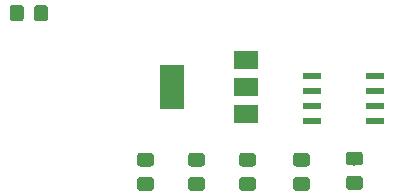
<source format=gbr>
G04 #@! TF.GenerationSoftware,KiCad,Pcbnew,(5.0.1)-4*
G04 #@! TF.CreationDate,2018-11-16T16:38:59+08:00*
G04 #@! TF.ProjectId,AILight,41494C696768742E6B696361645F7063,rev?*
G04 #@! TF.SameCoordinates,Original*
G04 #@! TF.FileFunction,Paste,Top*
G04 #@! TF.FilePolarity,Positive*
%FSLAX46Y46*%
G04 Gerber Fmt 4.6, Leading zero omitted, Abs format (unit mm)*
G04 Created by KiCad (PCBNEW (5.0.1)-4) date 2018-11-16 16:38:59*
%MOMM*%
%LPD*%
G01*
G04 APERTURE LIST*
%ADD10R,1.550000X0.600000*%
%ADD11C,0.100000*%
%ADD12C,1.150000*%
%ADD13R,2.000000X3.800000*%
%ADD14R,2.000000X1.500000*%
G04 APERTURE END LIST*
D10*
G04 #@! TO.C,U2*
X47051000Y-76454000D03*
X47051000Y-77724000D03*
X47051000Y-78994000D03*
X47051000Y-80264000D03*
X52451000Y-80264000D03*
X52451000Y-78994000D03*
X52451000Y-77724000D03*
X52451000Y-76454000D03*
G04 #@! TD*
D11*
G04 #@! TO.C,C1*
G36*
X22438505Y-70421204D02*
X22462773Y-70424804D01*
X22486572Y-70430765D01*
X22509671Y-70439030D01*
X22531850Y-70449520D01*
X22552893Y-70462132D01*
X22572599Y-70476747D01*
X22590777Y-70493223D01*
X22607253Y-70511401D01*
X22621868Y-70531107D01*
X22634480Y-70552150D01*
X22644970Y-70574329D01*
X22653235Y-70597428D01*
X22659196Y-70621227D01*
X22662796Y-70645495D01*
X22664000Y-70669999D01*
X22664000Y-71570001D01*
X22662796Y-71594505D01*
X22659196Y-71618773D01*
X22653235Y-71642572D01*
X22644970Y-71665671D01*
X22634480Y-71687850D01*
X22621868Y-71708893D01*
X22607253Y-71728599D01*
X22590777Y-71746777D01*
X22572599Y-71763253D01*
X22552893Y-71777868D01*
X22531850Y-71790480D01*
X22509671Y-71800970D01*
X22486572Y-71809235D01*
X22462773Y-71815196D01*
X22438505Y-71818796D01*
X22414001Y-71820000D01*
X21763999Y-71820000D01*
X21739495Y-71818796D01*
X21715227Y-71815196D01*
X21691428Y-71809235D01*
X21668329Y-71800970D01*
X21646150Y-71790480D01*
X21625107Y-71777868D01*
X21605401Y-71763253D01*
X21587223Y-71746777D01*
X21570747Y-71728599D01*
X21556132Y-71708893D01*
X21543520Y-71687850D01*
X21533030Y-71665671D01*
X21524765Y-71642572D01*
X21518804Y-71618773D01*
X21515204Y-71594505D01*
X21514000Y-71570001D01*
X21514000Y-70669999D01*
X21515204Y-70645495D01*
X21518804Y-70621227D01*
X21524765Y-70597428D01*
X21533030Y-70574329D01*
X21543520Y-70552150D01*
X21556132Y-70531107D01*
X21570747Y-70511401D01*
X21587223Y-70493223D01*
X21605401Y-70476747D01*
X21625107Y-70462132D01*
X21646150Y-70449520D01*
X21668329Y-70439030D01*
X21691428Y-70430765D01*
X21715227Y-70424804D01*
X21739495Y-70421204D01*
X21763999Y-70420000D01*
X22414001Y-70420000D01*
X22438505Y-70421204D01*
X22438505Y-70421204D01*
G37*
D12*
X22089000Y-71120000D03*
D11*
G36*
X24488505Y-70421204D02*
X24512773Y-70424804D01*
X24536572Y-70430765D01*
X24559671Y-70439030D01*
X24581850Y-70449520D01*
X24602893Y-70462132D01*
X24622599Y-70476747D01*
X24640777Y-70493223D01*
X24657253Y-70511401D01*
X24671868Y-70531107D01*
X24684480Y-70552150D01*
X24694970Y-70574329D01*
X24703235Y-70597428D01*
X24709196Y-70621227D01*
X24712796Y-70645495D01*
X24714000Y-70669999D01*
X24714000Y-71570001D01*
X24712796Y-71594505D01*
X24709196Y-71618773D01*
X24703235Y-71642572D01*
X24694970Y-71665671D01*
X24684480Y-71687850D01*
X24671868Y-71708893D01*
X24657253Y-71728599D01*
X24640777Y-71746777D01*
X24622599Y-71763253D01*
X24602893Y-71777868D01*
X24581850Y-71790480D01*
X24559671Y-71800970D01*
X24536572Y-71809235D01*
X24512773Y-71815196D01*
X24488505Y-71818796D01*
X24464001Y-71820000D01*
X23813999Y-71820000D01*
X23789495Y-71818796D01*
X23765227Y-71815196D01*
X23741428Y-71809235D01*
X23718329Y-71800970D01*
X23696150Y-71790480D01*
X23675107Y-71777868D01*
X23655401Y-71763253D01*
X23637223Y-71746777D01*
X23620747Y-71728599D01*
X23606132Y-71708893D01*
X23593520Y-71687850D01*
X23583030Y-71665671D01*
X23574765Y-71642572D01*
X23568804Y-71618773D01*
X23565204Y-71594505D01*
X23564000Y-71570001D01*
X23564000Y-70669999D01*
X23565204Y-70645495D01*
X23568804Y-70621227D01*
X23574765Y-70597428D01*
X23583030Y-70574329D01*
X23593520Y-70552150D01*
X23606132Y-70531107D01*
X23620747Y-70511401D01*
X23637223Y-70493223D01*
X23655401Y-70476747D01*
X23675107Y-70462132D01*
X23696150Y-70449520D01*
X23718329Y-70439030D01*
X23741428Y-70430765D01*
X23765227Y-70424804D01*
X23789495Y-70421204D01*
X23813999Y-70420000D01*
X24464001Y-70420000D01*
X24488505Y-70421204D01*
X24488505Y-70421204D01*
G37*
D12*
X24139000Y-71120000D03*
G04 #@! TD*
D11*
G04 #@! TO.C,R5*
G36*
X33456142Y-85003453D02*
X33480410Y-85007053D01*
X33504209Y-85013014D01*
X33527308Y-85021279D01*
X33549487Y-85031769D01*
X33570530Y-85044381D01*
X33590236Y-85058996D01*
X33608414Y-85075472D01*
X33624890Y-85093650D01*
X33639505Y-85113356D01*
X33652117Y-85134399D01*
X33662607Y-85156578D01*
X33670872Y-85179677D01*
X33676833Y-85203476D01*
X33680433Y-85227744D01*
X33681637Y-85252248D01*
X33681637Y-85902250D01*
X33680433Y-85926754D01*
X33676833Y-85951022D01*
X33670872Y-85974821D01*
X33662607Y-85997920D01*
X33652117Y-86020099D01*
X33639505Y-86041142D01*
X33624890Y-86060848D01*
X33608414Y-86079026D01*
X33590236Y-86095502D01*
X33570530Y-86110117D01*
X33549487Y-86122729D01*
X33527308Y-86133219D01*
X33504209Y-86141484D01*
X33480410Y-86147445D01*
X33456142Y-86151045D01*
X33431638Y-86152249D01*
X32531636Y-86152249D01*
X32507132Y-86151045D01*
X32482864Y-86147445D01*
X32459065Y-86141484D01*
X32435966Y-86133219D01*
X32413787Y-86122729D01*
X32392744Y-86110117D01*
X32373038Y-86095502D01*
X32354860Y-86079026D01*
X32338384Y-86060848D01*
X32323769Y-86041142D01*
X32311157Y-86020099D01*
X32300667Y-85997920D01*
X32292402Y-85974821D01*
X32286441Y-85951022D01*
X32282841Y-85926754D01*
X32281637Y-85902250D01*
X32281637Y-85252248D01*
X32282841Y-85227744D01*
X32286441Y-85203476D01*
X32292402Y-85179677D01*
X32300667Y-85156578D01*
X32311157Y-85134399D01*
X32323769Y-85113356D01*
X32338384Y-85093650D01*
X32354860Y-85075472D01*
X32373038Y-85058996D01*
X32392744Y-85044381D01*
X32413787Y-85031769D01*
X32435966Y-85021279D01*
X32459065Y-85013014D01*
X32482864Y-85007053D01*
X32507132Y-85003453D01*
X32531636Y-85002249D01*
X33431638Y-85002249D01*
X33456142Y-85003453D01*
X33456142Y-85003453D01*
G37*
D12*
X32981637Y-85577249D03*
D11*
G36*
X33456142Y-82953453D02*
X33480410Y-82957053D01*
X33504209Y-82963014D01*
X33527308Y-82971279D01*
X33549487Y-82981769D01*
X33570530Y-82994381D01*
X33590236Y-83008996D01*
X33608414Y-83025472D01*
X33624890Y-83043650D01*
X33639505Y-83063356D01*
X33652117Y-83084399D01*
X33662607Y-83106578D01*
X33670872Y-83129677D01*
X33676833Y-83153476D01*
X33680433Y-83177744D01*
X33681637Y-83202248D01*
X33681637Y-83852250D01*
X33680433Y-83876754D01*
X33676833Y-83901022D01*
X33670872Y-83924821D01*
X33662607Y-83947920D01*
X33652117Y-83970099D01*
X33639505Y-83991142D01*
X33624890Y-84010848D01*
X33608414Y-84029026D01*
X33590236Y-84045502D01*
X33570530Y-84060117D01*
X33549487Y-84072729D01*
X33527308Y-84083219D01*
X33504209Y-84091484D01*
X33480410Y-84097445D01*
X33456142Y-84101045D01*
X33431638Y-84102249D01*
X32531636Y-84102249D01*
X32507132Y-84101045D01*
X32482864Y-84097445D01*
X32459065Y-84091484D01*
X32435966Y-84083219D01*
X32413787Y-84072729D01*
X32392744Y-84060117D01*
X32373038Y-84045502D01*
X32354860Y-84029026D01*
X32338384Y-84010848D01*
X32323769Y-83991142D01*
X32311157Y-83970099D01*
X32300667Y-83947920D01*
X32292402Y-83924821D01*
X32286441Y-83901022D01*
X32282841Y-83876754D01*
X32281637Y-83852250D01*
X32281637Y-83202248D01*
X32282841Y-83177744D01*
X32286441Y-83153476D01*
X32292402Y-83129677D01*
X32300667Y-83106578D01*
X32311157Y-83084399D01*
X32323769Y-83063356D01*
X32338384Y-83043650D01*
X32354860Y-83025472D01*
X32373038Y-83008996D01*
X32392744Y-82994381D01*
X32413787Y-82981769D01*
X32435966Y-82971279D01*
X32459065Y-82963014D01*
X32482864Y-82957053D01*
X32507132Y-82953453D01*
X32531636Y-82952249D01*
X33431638Y-82952249D01*
X33456142Y-82953453D01*
X33456142Y-82953453D01*
G37*
D12*
X32981637Y-83527249D03*
G04 #@! TD*
D11*
G04 #@! TO.C,R4*
G36*
X37774142Y-82953453D02*
X37798410Y-82957053D01*
X37822209Y-82963014D01*
X37845308Y-82971279D01*
X37867487Y-82981769D01*
X37888530Y-82994381D01*
X37908236Y-83008996D01*
X37926414Y-83025472D01*
X37942890Y-83043650D01*
X37957505Y-83063356D01*
X37970117Y-83084399D01*
X37980607Y-83106578D01*
X37988872Y-83129677D01*
X37994833Y-83153476D01*
X37998433Y-83177744D01*
X37999637Y-83202248D01*
X37999637Y-83852250D01*
X37998433Y-83876754D01*
X37994833Y-83901022D01*
X37988872Y-83924821D01*
X37980607Y-83947920D01*
X37970117Y-83970099D01*
X37957505Y-83991142D01*
X37942890Y-84010848D01*
X37926414Y-84029026D01*
X37908236Y-84045502D01*
X37888530Y-84060117D01*
X37867487Y-84072729D01*
X37845308Y-84083219D01*
X37822209Y-84091484D01*
X37798410Y-84097445D01*
X37774142Y-84101045D01*
X37749638Y-84102249D01*
X36849636Y-84102249D01*
X36825132Y-84101045D01*
X36800864Y-84097445D01*
X36777065Y-84091484D01*
X36753966Y-84083219D01*
X36731787Y-84072729D01*
X36710744Y-84060117D01*
X36691038Y-84045502D01*
X36672860Y-84029026D01*
X36656384Y-84010848D01*
X36641769Y-83991142D01*
X36629157Y-83970099D01*
X36618667Y-83947920D01*
X36610402Y-83924821D01*
X36604441Y-83901022D01*
X36600841Y-83876754D01*
X36599637Y-83852250D01*
X36599637Y-83202248D01*
X36600841Y-83177744D01*
X36604441Y-83153476D01*
X36610402Y-83129677D01*
X36618667Y-83106578D01*
X36629157Y-83084399D01*
X36641769Y-83063356D01*
X36656384Y-83043650D01*
X36672860Y-83025472D01*
X36691038Y-83008996D01*
X36710744Y-82994381D01*
X36731787Y-82981769D01*
X36753966Y-82971279D01*
X36777065Y-82963014D01*
X36800864Y-82957053D01*
X36825132Y-82953453D01*
X36849636Y-82952249D01*
X37749638Y-82952249D01*
X37774142Y-82953453D01*
X37774142Y-82953453D01*
G37*
D12*
X37299637Y-83527249D03*
D11*
G36*
X37774142Y-85003453D02*
X37798410Y-85007053D01*
X37822209Y-85013014D01*
X37845308Y-85021279D01*
X37867487Y-85031769D01*
X37888530Y-85044381D01*
X37908236Y-85058996D01*
X37926414Y-85075472D01*
X37942890Y-85093650D01*
X37957505Y-85113356D01*
X37970117Y-85134399D01*
X37980607Y-85156578D01*
X37988872Y-85179677D01*
X37994833Y-85203476D01*
X37998433Y-85227744D01*
X37999637Y-85252248D01*
X37999637Y-85902250D01*
X37998433Y-85926754D01*
X37994833Y-85951022D01*
X37988872Y-85974821D01*
X37980607Y-85997920D01*
X37970117Y-86020099D01*
X37957505Y-86041142D01*
X37942890Y-86060848D01*
X37926414Y-86079026D01*
X37908236Y-86095502D01*
X37888530Y-86110117D01*
X37867487Y-86122729D01*
X37845308Y-86133219D01*
X37822209Y-86141484D01*
X37798410Y-86147445D01*
X37774142Y-86151045D01*
X37749638Y-86152249D01*
X36849636Y-86152249D01*
X36825132Y-86151045D01*
X36800864Y-86147445D01*
X36777065Y-86141484D01*
X36753966Y-86133219D01*
X36731787Y-86122729D01*
X36710744Y-86110117D01*
X36691038Y-86095502D01*
X36672860Y-86079026D01*
X36656384Y-86060848D01*
X36641769Y-86041142D01*
X36629157Y-86020099D01*
X36618667Y-85997920D01*
X36610402Y-85974821D01*
X36604441Y-85951022D01*
X36600841Y-85926754D01*
X36599637Y-85902250D01*
X36599637Y-85252248D01*
X36600841Y-85227744D01*
X36604441Y-85203476D01*
X36610402Y-85179677D01*
X36618667Y-85156578D01*
X36629157Y-85134399D01*
X36641769Y-85113356D01*
X36656384Y-85093650D01*
X36672860Y-85075472D01*
X36691038Y-85058996D01*
X36710744Y-85044381D01*
X36731787Y-85031769D01*
X36753966Y-85021279D01*
X36777065Y-85013014D01*
X36800864Y-85007053D01*
X36825132Y-85003453D01*
X36849636Y-85002249D01*
X37749638Y-85002249D01*
X37774142Y-85003453D01*
X37774142Y-85003453D01*
G37*
D12*
X37299637Y-85577249D03*
G04 #@! TD*
D11*
G04 #@! TO.C,R3*
G36*
X42092142Y-82953453D02*
X42116410Y-82957053D01*
X42140209Y-82963014D01*
X42163308Y-82971279D01*
X42185487Y-82981769D01*
X42206530Y-82994381D01*
X42226236Y-83008996D01*
X42244414Y-83025472D01*
X42260890Y-83043650D01*
X42275505Y-83063356D01*
X42288117Y-83084399D01*
X42298607Y-83106578D01*
X42306872Y-83129677D01*
X42312833Y-83153476D01*
X42316433Y-83177744D01*
X42317637Y-83202248D01*
X42317637Y-83852250D01*
X42316433Y-83876754D01*
X42312833Y-83901022D01*
X42306872Y-83924821D01*
X42298607Y-83947920D01*
X42288117Y-83970099D01*
X42275505Y-83991142D01*
X42260890Y-84010848D01*
X42244414Y-84029026D01*
X42226236Y-84045502D01*
X42206530Y-84060117D01*
X42185487Y-84072729D01*
X42163308Y-84083219D01*
X42140209Y-84091484D01*
X42116410Y-84097445D01*
X42092142Y-84101045D01*
X42067638Y-84102249D01*
X41167636Y-84102249D01*
X41143132Y-84101045D01*
X41118864Y-84097445D01*
X41095065Y-84091484D01*
X41071966Y-84083219D01*
X41049787Y-84072729D01*
X41028744Y-84060117D01*
X41009038Y-84045502D01*
X40990860Y-84029026D01*
X40974384Y-84010848D01*
X40959769Y-83991142D01*
X40947157Y-83970099D01*
X40936667Y-83947920D01*
X40928402Y-83924821D01*
X40922441Y-83901022D01*
X40918841Y-83876754D01*
X40917637Y-83852250D01*
X40917637Y-83202248D01*
X40918841Y-83177744D01*
X40922441Y-83153476D01*
X40928402Y-83129677D01*
X40936667Y-83106578D01*
X40947157Y-83084399D01*
X40959769Y-83063356D01*
X40974384Y-83043650D01*
X40990860Y-83025472D01*
X41009038Y-83008996D01*
X41028744Y-82994381D01*
X41049787Y-82981769D01*
X41071966Y-82971279D01*
X41095065Y-82963014D01*
X41118864Y-82957053D01*
X41143132Y-82953453D01*
X41167636Y-82952249D01*
X42067638Y-82952249D01*
X42092142Y-82953453D01*
X42092142Y-82953453D01*
G37*
D12*
X41617637Y-83527249D03*
D11*
G36*
X42092142Y-85003453D02*
X42116410Y-85007053D01*
X42140209Y-85013014D01*
X42163308Y-85021279D01*
X42185487Y-85031769D01*
X42206530Y-85044381D01*
X42226236Y-85058996D01*
X42244414Y-85075472D01*
X42260890Y-85093650D01*
X42275505Y-85113356D01*
X42288117Y-85134399D01*
X42298607Y-85156578D01*
X42306872Y-85179677D01*
X42312833Y-85203476D01*
X42316433Y-85227744D01*
X42317637Y-85252248D01*
X42317637Y-85902250D01*
X42316433Y-85926754D01*
X42312833Y-85951022D01*
X42306872Y-85974821D01*
X42298607Y-85997920D01*
X42288117Y-86020099D01*
X42275505Y-86041142D01*
X42260890Y-86060848D01*
X42244414Y-86079026D01*
X42226236Y-86095502D01*
X42206530Y-86110117D01*
X42185487Y-86122729D01*
X42163308Y-86133219D01*
X42140209Y-86141484D01*
X42116410Y-86147445D01*
X42092142Y-86151045D01*
X42067638Y-86152249D01*
X41167636Y-86152249D01*
X41143132Y-86151045D01*
X41118864Y-86147445D01*
X41095065Y-86141484D01*
X41071966Y-86133219D01*
X41049787Y-86122729D01*
X41028744Y-86110117D01*
X41009038Y-86095502D01*
X40990860Y-86079026D01*
X40974384Y-86060848D01*
X40959769Y-86041142D01*
X40947157Y-86020099D01*
X40936667Y-85997920D01*
X40928402Y-85974821D01*
X40922441Y-85951022D01*
X40918841Y-85926754D01*
X40917637Y-85902250D01*
X40917637Y-85252248D01*
X40918841Y-85227744D01*
X40922441Y-85203476D01*
X40928402Y-85179677D01*
X40936667Y-85156578D01*
X40947157Y-85134399D01*
X40959769Y-85113356D01*
X40974384Y-85093650D01*
X40990860Y-85075472D01*
X41009038Y-85058996D01*
X41028744Y-85044381D01*
X41049787Y-85031769D01*
X41071966Y-85021279D01*
X41095065Y-85013014D01*
X41118864Y-85007053D01*
X41143132Y-85003453D01*
X41167636Y-85002249D01*
X42067638Y-85002249D01*
X42092142Y-85003453D01*
X42092142Y-85003453D01*
G37*
D12*
X41617637Y-85577249D03*
G04 #@! TD*
D11*
G04 #@! TO.C,R2*
G36*
X46664142Y-82953453D02*
X46688410Y-82957053D01*
X46712209Y-82963014D01*
X46735308Y-82971279D01*
X46757487Y-82981769D01*
X46778530Y-82994381D01*
X46798236Y-83008996D01*
X46816414Y-83025472D01*
X46832890Y-83043650D01*
X46847505Y-83063356D01*
X46860117Y-83084399D01*
X46870607Y-83106578D01*
X46878872Y-83129677D01*
X46884833Y-83153476D01*
X46888433Y-83177744D01*
X46889637Y-83202248D01*
X46889637Y-83852250D01*
X46888433Y-83876754D01*
X46884833Y-83901022D01*
X46878872Y-83924821D01*
X46870607Y-83947920D01*
X46860117Y-83970099D01*
X46847505Y-83991142D01*
X46832890Y-84010848D01*
X46816414Y-84029026D01*
X46798236Y-84045502D01*
X46778530Y-84060117D01*
X46757487Y-84072729D01*
X46735308Y-84083219D01*
X46712209Y-84091484D01*
X46688410Y-84097445D01*
X46664142Y-84101045D01*
X46639638Y-84102249D01*
X45739636Y-84102249D01*
X45715132Y-84101045D01*
X45690864Y-84097445D01*
X45667065Y-84091484D01*
X45643966Y-84083219D01*
X45621787Y-84072729D01*
X45600744Y-84060117D01*
X45581038Y-84045502D01*
X45562860Y-84029026D01*
X45546384Y-84010848D01*
X45531769Y-83991142D01*
X45519157Y-83970099D01*
X45508667Y-83947920D01*
X45500402Y-83924821D01*
X45494441Y-83901022D01*
X45490841Y-83876754D01*
X45489637Y-83852250D01*
X45489637Y-83202248D01*
X45490841Y-83177744D01*
X45494441Y-83153476D01*
X45500402Y-83129677D01*
X45508667Y-83106578D01*
X45519157Y-83084399D01*
X45531769Y-83063356D01*
X45546384Y-83043650D01*
X45562860Y-83025472D01*
X45581038Y-83008996D01*
X45600744Y-82994381D01*
X45621787Y-82981769D01*
X45643966Y-82971279D01*
X45667065Y-82963014D01*
X45690864Y-82957053D01*
X45715132Y-82953453D01*
X45739636Y-82952249D01*
X46639638Y-82952249D01*
X46664142Y-82953453D01*
X46664142Y-82953453D01*
G37*
D12*
X46189637Y-83527249D03*
D11*
G36*
X46664142Y-85003453D02*
X46688410Y-85007053D01*
X46712209Y-85013014D01*
X46735308Y-85021279D01*
X46757487Y-85031769D01*
X46778530Y-85044381D01*
X46798236Y-85058996D01*
X46816414Y-85075472D01*
X46832890Y-85093650D01*
X46847505Y-85113356D01*
X46860117Y-85134399D01*
X46870607Y-85156578D01*
X46878872Y-85179677D01*
X46884833Y-85203476D01*
X46888433Y-85227744D01*
X46889637Y-85252248D01*
X46889637Y-85902250D01*
X46888433Y-85926754D01*
X46884833Y-85951022D01*
X46878872Y-85974821D01*
X46870607Y-85997920D01*
X46860117Y-86020099D01*
X46847505Y-86041142D01*
X46832890Y-86060848D01*
X46816414Y-86079026D01*
X46798236Y-86095502D01*
X46778530Y-86110117D01*
X46757487Y-86122729D01*
X46735308Y-86133219D01*
X46712209Y-86141484D01*
X46688410Y-86147445D01*
X46664142Y-86151045D01*
X46639638Y-86152249D01*
X45739636Y-86152249D01*
X45715132Y-86151045D01*
X45690864Y-86147445D01*
X45667065Y-86141484D01*
X45643966Y-86133219D01*
X45621787Y-86122729D01*
X45600744Y-86110117D01*
X45581038Y-86095502D01*
X45562860Y-86079026D01*
X45546384Y-86060848D01*
X45531769Y-86041142D01*
X45519157Y-86020099D01*
X45508667Y-85997920D01*
X45500402Y-85974821D01*
X45494441Y-85951022D01*
X45490841Y-85926754D01*
X45489637Y-85902250D01*
X45489637Y-85252248D01*
X45490841Y-85227744D01*
X45494441Y-85203476D01*
X45500402Y-85179677D01*
X45508667Y-85156578D01*
X45519157Y-85134399D01*
X45531769Y-85113356D01*
X45546384Y-85093650D01*
X45562860Y-85075472D01*
X45581038Y-85058996D01*
X45600744Y-85044381D01*
X45621787Y-85031769D01*
X45643966Y-85021279D01*
X45667065Y-85013014D01*
X45690864Y-85007053D01*
X45715132Y-85003453D01*
X45739636Y-85002249D01*
X46639638Y-85002249D01*
X46664142Y-85003453D01*
X46664142Y-85003453D01*
G37*
D12*
X46189637Y-85577249D03*
G04 #@! TD*
D11*
G04 #@! TO.C,R1*
G36*
X51147505Y-84906204D02*
X51171773Y-84909804D01*
X51195572Y-84915765D01*
X51218671Y-84924030D01*
X51240850Y-84934520D01*
X51261893Y-84947132D01*
X51281599Y-84961747D01*
X51299777Y-84978223D01*
X51316253Y-84996401D01*
X51330868Y-85016107D01*
X51343480Y-85037150D01*
X51353970Y-85059329D01*
X51362235Y-85082428D01*
X51368196Y-85106227D01*
X51371796Y-85130495D01*
X51373000Y-85154999D01*
X51373000Y-85805001D01*
X51371796Y-85829505D01*
X51368196Y-85853773D01*
X51362235Y-85877572D01*
X51353970Y-85900671D01*
X51343480Y-85922850D01*
X51330868Y-85943893D01*
X51316253Y-85963599D01*
X51299777Y-85981777D01*
X51281599Y-85998253D01*
X51261893Y-86012868D01*
X51240850Y-86025480D01*
X51218671Y-86035970D01*
X51195572Y-86044235D01*
X51171773Y-86050196D01*
X51147505Y-86053796D01*
X51123001Y-86055000D01*
X50222999Y-86055000D01*
X50198495Y-86053796D01*
X50174227Y-86050196D01*
X50150428Y-86044235D01*
X50127329Y-86035970D01*
X50105150Y-86025480D01*
X50084107Y-86012868D01*
X50064401Y-85998253D01*
X50046223Y-85981777D01*
X50029747Y-85963599D01*
X50015132Y-85943893D01*
X50002520Y-85922850D01*
X49992030Y-85900671D01*
X49983765Y-85877572D01*
X49977804Y-85853773D01*
X49974204Y-85829505D01*
X49973000Y-85805001D01*
X49973000Y-85154999D01*
X49974204Y-85130495D01*
X49977804Y-85106227D01*
X49983765Y-85082428D01*
X49992030Y-85059329D01*
X50002520Y-85037150D01*
X50015132Y-85016107D01*
X50029747Y-84996401D01*
X50046223Y-84978223D01*
X50064401Y-84961747D01*
X50084107Y-84947132D01*
X50105150Y-84934520D01*
X50127329Y-84924030D01*
X50150428Y-84915765D01*
X50174227Y-84909804D01*
X50198495Y-84906204D01*
X50222999Y-84905000D01*
X51123001Y-84905000D01*
X51147505Y-84906204D01*
X51147505Y-84906204D01*
G37*
D12*
X50673000Y-85480000D03*
D11*
G36*
X51147505Y-82856204D02*
X51171773Y-82859804D01*
X51195572Y-82865765D01*
X51218671Y-82874030D01*
X51240850Y-82884520D01*
X51261893Y-82897132D01*
X51281599Y-82911747D01*
X51299777Y-82928223D01*
X51316253Y-82946401D01*
X51330868Y-82966107D01*
X51343480Y-82987150D01*
X51353970Y-83009329D01*
X51362235Y-83032428D01*
X51368196Y-83056227D01*
X51371796Y-83080495D01*
X51373000Y-83104999D01*
X51373000Y-83755001D01*
X51371796Y-83779505D01*
X51368196Y-83803773D01*
X51362235Y-83827572D01*
X51353970Y-83850671D01*
X51343480Y-83872850D01*
X51330868Y-83893893D01*
X51316253Y-83913599D01*
X51299777Y-83931777D01*
X51281599Y-83948253D01*
X51261893Y-83962868D01*
X51240850Y-83975480D01*
X51218671Y-83985970D01*
X51195572Y-83994235D01*
X51171773Y-84000196D01*
X51147505Y-84003796D01*
X51123001Y-84005000D01*
X50222999Y-84005000D01*
X50198495Y-84003796D01*
X50174227Y-84000196D01*
X50150428Y-83994235D01*
X50127329Y-83985970D01*
X50105150Y-83975480D01*
X50084107Y-83962868D01*
X50064401Y-83948253D01*
X50046223Y-83931777D01*
X50029747Y-83913599D01*
X50015132Y-83893893D01*
X50002520Y-83872850D01*
X49992030Y-83850671D01*
X49983765Y-83827572D01*
X49977804Y-83803773D01*
X49974204Y-83779505D01*
X49973000Y-83755001D01*
X49973000Y-83104999D01*
X49974204Y-83080495D01*
X49977804Y-83056227D01*
X49983765Y-83032428D01*
X49992030Y-83009329D01*
X50002520Y-82987150D01*
X50015132Y-82966107D01*
X50029747Y-82946401D01*
X50046223Y-82928223D01*
X50064401Y-82911747D01*
X50084107Y-82897132D01*
X50105150Y-82884520D01*
X50127329Y-82874030D01*
X50150428Y-82865765D01*
X50174227Y-82859804D01*
X50198495Y-82856204D01*
X50222999Y-82855000D01*
X51123001Y-82855000D01*
X51147505Y-82856204D01*
X51147505Y-82856204D01*
G37*
D12*
X50673000Y-83430000D03*
G04 #@! TD*
D13*
G04 #@! TO.C,U1*
X35204000Y-77343000D03*
D14*
X41504000Y-77343000D03*
X41504000Y-75043000D03*
X41504000Y-79643000D03*
G04 #@! TD*
M02*

</source>
